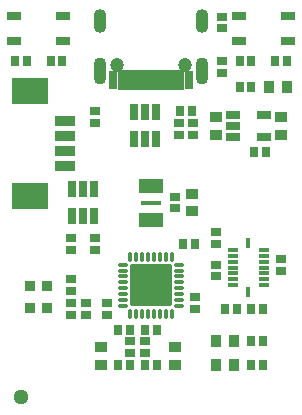
<source format=gbr>
%TF.GenerationSoftware,Altium Limited,Altium Designer,21.7.2 (23)*%
G04 Layer_Color=8388736*
%FSLAX45Y45*%
%MOMM*%
%TF.SameCoordinates,838FB56E-0ED7-4152-9A2E-8E5145BDEB09*%
%TF.FilePolarity,Negative*%
%TF.FileFunction,Soldermask,Top*%
%TF.Part,Single*%
G01*
G75*
%TA.AperFunction,TestPad*%
G04:AMPARAMS|DCode=34|XSize=0.9mm|YSize=0.8mm|CornerRadius=0.04mm|HoleSize=0mm|Usage=FLASHONLY|Rotation=90.000|XOffset=0mm|YOffset=0mm|HoleType=Round|Shape=RoundedRectangle|*
%AMROUNDEDRECTD34*
21,1,0.90000,0.72000,0,0,90.0*
21,1,0.82000,0.80000,0,0,90.0*
1,1,0.08000,0.36000,0.41000*
1,1,0.08000,0.36000,-0.41000*
1,1,0.08000,-0.36000,-0.41000*
1,1,0.08000,-0.36000,0.41000*
%
%ADD34ROUNDEDRECTD34*%
%TA.AperFunction,WasherPad*%
%ADD50C,1.29200*%
%TA.AperFunction,ComponentPad*%
%ADD51C,1.20000*%
%ADD52O,1.10000X2.30000*%
%ADD53O,1.10000X2.00000*%
%TA.AperFunction,SMDPad,CuDef*%
%ADD60R,1.79000X0.39000*%
%ADD61R,0.56000X1.16000*%
%ADD62R,0.74000X0.84000*%
%TA.AperFunction,ConnectorPad*%
%ADD63R,1.19000X0.79000*%
%TA.AperFunction,SMDPad,CuDef*%
%ADD64R,0.94000X1.14000*%
%ADD65R,0.84000X0.74000*%
%ADD66R,0.89000X0.44000*%
%ADD67R,0.44000X0.89000*%
%ADD68R,1.14000X0.94000*%
%ADD69R,3.14000X2.24000*%
%ADD70R,1.74000X0.94000*%
G04:AMPARAMS|DCode=71|XSize=3.59mm|YSize=3.59mm|CornerRadius=0.2425mm|HoleSize=0mm|Usage=FLASHONLY|Rotation=270.000|XOffset=0mm|YOffset=0mm|HoleType=Round|Shape=RoundedRectangle|*
%AMROUNDEDRECTD71*
21,1,3.59000,3.10500,0,0,270.0*
21,1,3.10500,3.59000,0,0,270.0*
1,1,0.48500,-1.55250,-1.55250*
1,1,0.48500,-1.55250,1.55250*
1,1,0.48500,1.55250,1.55250*
1,1,0.48500,1.55250,-1.55250*
%
%ADD71ROUNDEDRECTD71*%
G04:AMPARAMS|DCode=72|XSize=0.35mm|YSize=0.8mm|CornerRadius=0.0625mm|HoleSize=0mm|Usage=FLASHONLY|Rotation=90.000|XOffset=0mm|YOffset=0mm|HoleType=Round|Shape=RoundedRectangle|*
%AMROUNDEDRECTD72*
21,1,0.35000,0.67500,0,0,90.0*
21,1,0.22500,0.80000,0,0,90.0*
1,1,0.12500,0.33750,0.11250*
1,1,0.12500,0.33750,-0.11250*
1,1,0.12500,-0.33750,-0.11250*
1,1,0.12500,-0.33750,0.11250*
%
%ADD72ROUNDEDRECTD72*%
G04:AMPARAMS|DCode=73|XSize=0.35mm|YSize=0.8mm|CornerRadius=0.0625mm|HoleSize=0mm|Usage=FLASHONLY|Rotation=0.000|XOffset=0mm|YOffset=0mm|HoleType=Round|Shape=RoundedRectangle|*
%AMROUNDEDRECTD73*
21,1,0.35000,0.67500,0,0,0.0*
21,1,0.22500,0.80000,0,0,0.0*
1,1,0.12500,0.11250,-0.33750*
1,1,0.12500,-0.11250,-0.33750*
1,1,0.12500,-0.11250,0.33750*
1,1,0.12500,0.11250,0.33750*
%
%ADD73ROUNDEDRECTD73*%
%TA.AperFunction,ConnectorPad*%
%ADD74R,0.88000X1.78000*%
%ADD75R,0.74000X1.64000*%
%ADD76R,0.58000X1.78000*%
%TA.AperFunction,SMDPad,CuDef*%
%ADD77R,0.74000X1.34000*%
%ADD78R,1.19000X0.74000*%
D34*
X-877500Y-192500D02*
D03*
Y-7500D02*
D03*
X-1022500Y-192500D02*
D03*
Y-7500D02*
D03*
D50*
X-1100000Y-950000D02*
D03*
D51*
X-290000Y1865000D02*
D03*
X290000D02*
D03*
D52*
X432500Y1815000D02*
D03*
X-432500D02*
D03*
D53*
Y2235000D02*
D03*
X432500D02*
D03*
D60*
X0Y700000D02*
D03*
D61*
X-75000Y555500D02*
D03*
X-25000D02*
D03*
X25000D02*
D03*
X75000D02*
D03*
X-75000Y844500D02*
D03*
X-25000D02*
D03*
X25000D02*
D03*
X75000D02*
D03*
D62*
X1050000Y1900000D02*
D03*
X1150000D02*
D03*
X750000D02*
D03*
X850000D02*
D03*
X250000Y1475000D02*
D03*
X350000D02*
D03*
X50000Y-675000D02*
D03*
X-50000D02*
D03*
X50000Y-375000D02*
D03*
X-50000D02*
D03*
X375000Y350000D02*
D03*
X275000D02*
D03*
X-275000Y-675000D02*
D03*
X-175000D02*
D03*
X-275000Y-375000D02*
D03*
X-175000D02*
D03*
X725000Y-200000D02*
D03*
X625000D02*
D03*
X850000D02*
D03*
X950000D02*
D03*
X-750000Y1900000D02*
D03*
X-850000D02*
D03*
X-1050000D02*
D03*
X-1150000D02*
D03*
X950000Y-475000D02*
D03*
X850000D02*
D03*
X950000Y-675000D02*
D03*
X850000D02*
D03*
X750000Y1675000D02*
D03*
X850000D02*
D03*
X875000Y1125000D02*
D03*
X975000D02*
D03*
D63*
X1157500Y2067500D02*
D03*
X742500D02*
D03*
X1157500Y2282500D02*
D03*
X742500D02*
D03*
X-1157500D02*
D03*
X-742500D02*
D03*
X-1157500Y2067500D02*
D03*
X-742500D02*
D03*
D64*
X700000Y-475000D02*
D03*
X550000D02*
D03*
X700000Y-675000D02*
D03*
X550000D02*
D03*
X1000000Y1675000D02*
D03*
X1150000D02*
D03*
D65*
X240000Y1275000D02*
D03*
Y1375000D02*
D03*
X360000Y1275000D02*
D03*
Y1375000D02*
D03*
X-50000Y-575000D02*
D03*
Y-475000D02*
D03*
X-375000Y-250000D02*
D03*
Y-150000D02*
D03*
X375000Y-200000D02*
D03*
Y-100000D02*
D03*
X200000Y750000D02*
D03*
Y650000D02*
D03*
X-175000Y-575000D02*
D03*
Y-475000D02*
D03*
X-475000Y400000D02*
D03*
Y300000D02*
D03*
X550000Y450000D02*
D03*
Y350000D02*
D03*
X-550000Y-150000D02*
D03*
Y-250000D02*
D03*
X-675000Y400000D02*
D03*
Y300000D02*
D03*
X-675000Y-50000D02*
D03*
Y50000D02*
D03*
Y-150000D02*
D03*
Y-250000D02*
D03*
X600000Y1900000D02*
D03*
Y1800000D02*
D03*
Y2175000D02*
D03*
Y2275000D02*
D03*
X1100000Y125000D02*
D03*
Y225000D02*
D03*
X550000Y175000D02*
D03*
Y75000D02*
D03*
X-475000Y1475000D02*
D03*
Y1375000D02*
D03*
D66*
X955000Y300000D02*
D03*
Y250000D02*
D03*
Y200000D02*
D03*
Y150000D02*
D03*
Y100000D02*
D03*
Y50000D02*
D03*
Y0D02*
D03*
X695000D02*
D03*
Y50000D02*
D03*
Y100000D02*
D03*
Y150000D02*
D03*
Y200000D02*
D03*
Y250000D02*
D03*
Y300000D02*
D03*
D67*
X825000Y-55000D02*
D03*
Y355000D02*
D03*
D68*
X-425000Y-525000D02*
D03*
Y-675000D02*
D03*
X200000Y-525000D02*
D03*
Y-675000D02*
D03*
X350000Y775000D02*
D03*
Y625000D02*
D03*
X1100000Y1275000D02*
D03*
Y1425000D02*
D03*
X550000Y1275000D02*
D03*
Y1425000D02*
D03*
D69*
X-1020000Y757500D02*
D03*
Y1642500D02*
D03*
D70*
X-730000Y1012500D02*
D03*
Y1137500D02*
D03*
Y1262500D02*
D03*
Y1387500D02*
D03*
D71*
X0Y0D02*
D03*
D72*
X-240000Y-175000D02*
D03*
Y-125000D02*
D03*
Y-75000D02*
D03*
Y-25000D02*
D03*
Y25000D02*
D03*
Y75000D02*
D03*
Y125000D02*
D03*
Y175000D02*
D03*
X240000D02*
D03*
Y125000D02*
D03*
Y75000D02*
D03*
Y25000D02*
D03*
Y-25000D02*
D03*
Y-75000D02*
D03*
Y-125000D02*
D03*
Y-175000D02*
D03*
D73*
X-175000Y240000D02*
D03*
X-125000D02*
D03*
X-75000D02*
D03*
X-25000D02*
D03*
X25000D02*
D03*
X75000D02*
D03*
X125000D02*
D03*
X175000D02*
D03*
Y-240000D02*
D03*
X125000D02*
D03*
X75000D02*
D03*
X25000D02*
D03*
X-25000D02*
D03*
X-75000D02*
D03*
X-125000D02*
D03*
X-175000D02*
D03*
D74*
X240000Y1740000D02*
D03*
X-240000D02*
D03*
D75*
X320000D02*
D03*
X-320000D02*
D03*
D76*
X175000D02*
D03*
X125000D02*
D03*
X75000D02*
D03*
X-175000D02*
D03*
X-125000D02*
D03*
X-75000D02*
D03*
X-25000D02*
D03*
X25000D02*
D03*
D77*
X-145000Y1235000D02*
D03*
X-50000D02*
D03*
X45000D02*
D03*
Y1465000D02*
D03*
X-50000D02*
D03*
X-145000D02*
D03*
X-670000Y585000D02*
D03*
X-575000D02*
D03*
X-480000D02*
D03*
Y815000D02*
D03*
X-575000D02*
D03*
X-670000D02*
D03*
D78*
X692500Y1445000D02*
D03*
Y1350000D02*
D03*
Y1255000D02*
D03*
X957500D02*
D03*
Y1445000D02*
D03*
%TF.MD5,d6099f91a4a42dbc76bd32b3e7fbe9b2*%
M02*

</source>
